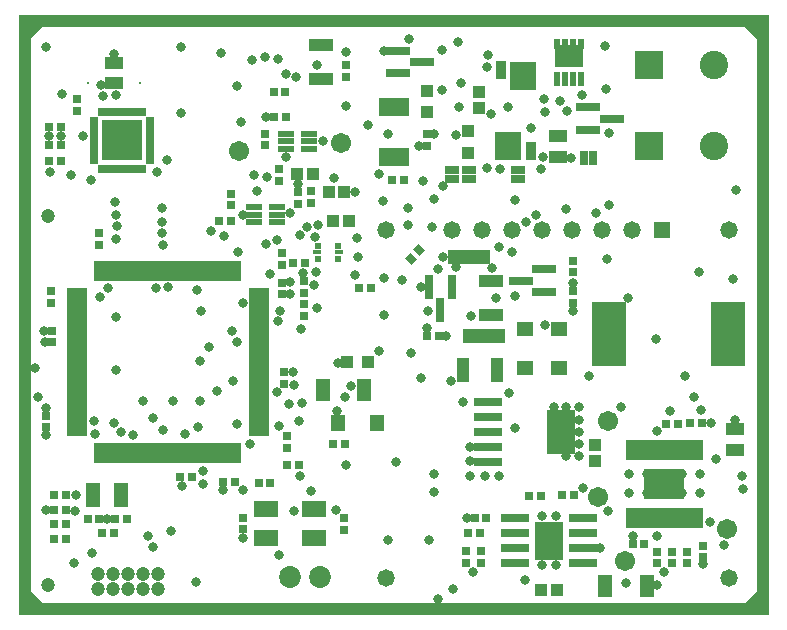
<source format=gts>
G04 Layer_Color=8388736*
%FSTAX24Y24*%
%MOIN*%
G70*
G01*
G75*
%ADD102R,0.0532X0.0472*%
%ADD103R,0.0513X0.0828*%
%ADD104R,0.0277X0.0316*%
%ADD105R,0.0316X0.0277*%
%ADD106R,0.0434X0.0395*%
%ADD107R,0.0395X0.0434*%
%ADD108R,0.0533X0.0218*%
%ADD109R,0.0482X0.0482*%
%ADD110R,0.0879X0.0982*%
%ADD111R,0.0379X0.0631*%
%ADD112R,0.0789X0.0316*%
%ADD113R,0.0395X0.0434*%
%ADD114R,0.0960X0.0759*%
%ADD115R,0.0239X0.0379*%
%ADD116R,0.0239X0.0470*%
%ADD117R,0.0454X0.0572*%
%ADD118R,0.0474X0.0749*%
%ADD119R,0.0631X0.0415*%
%ADD120R,0.0789X0.0434*%
%ADD121R,0.0671X0.0198*%
%ADD122R,0.0198X0.0671*%
%ADD123R,0.1340X0.1340*%
%ADD124R,0.0316X0.0198*%
%ADD125R,0.0198X0.0316*%
%ADD126R,0.0434X0.0395*%
%ADD127R,0.1182X0.2167*%
%ADD128R,0.0434X0.0789*%
G04:AMPARAMS|DCode=129|XSize=27.7mil|YSize=31.6mil|CornerRadius=0mil|HoleSize=0mil|Usage=FLASHONLY|Rotation=225.000|XOffset=0mil|YOffset=0mil|HoleType=Round|Shape=Rectangle|*
%AMROTATEDRECTD129*
4,1,4,-0.0014,0.0210,0.0210,-0.0014,0.0014,-0.0210,-0.0210,0.0014,-0.0014,0.0210,0.0*
%
%ADD129ROTATEDRECTD129*%

%ADD130R,0.0919X0.1261*%
%ADD131R,0.0946X0.0277*%
%ADD132R,0.0316X0.0789*%
%ADD133R,0.1340X0.1045*%
%ADD134R,0.0257X0.0671*%
%ADD135C,0.0671*%
%ADD136R,0.0572X0.0454*%
%ADD137R,0.0946X0.0316*%
%ADD138R,0.0946X0.1458*%
%ADD139R,0.0247X0.0198*%
%ADD140R,0.0306X0.0169*%
%ADD141R,0.0474X0.0277*%
%ADD142R,0.0277X0.0474*%
%ADD143R,0.0190X0.0631*%
%ADD144R,0.0789X0.0552*%
%ADD145C,0.0119*%
%ADD146C,0.0580*%
%ADD147R,0.0580X0.0580*%
%ADD148C,0.0474*%
%ADD149C,0.0946*%
%ADD150R,0.0946X0.0946*%
%ADD151C,0.0730*%
%ADD152C,0.0330*%
G36*
X035Y006063D02*
X01D01*
Y026063D01*
X035D01*
Y006063D01*
D02*
G37*
%LPC*%
G36*
X034213Y025669D02*
X010787D01*
X010394Y025276D01*
Y00685D01*
X010787Y006457D01*
X034213D01*
X034606Y00685D01*
Y025276D01*
X034213Y025669D01*
D02*
G37*
%LPD*%
D102*
X025522Y015354D02*
D03*
X02499Y018002D02*
D03*
D103*
X013406Y010079D02*
D03*
X012461D02*
D03*
D104*
X013169Y008789D02*
D03*
X012776D02*
D03*
X013218Y009262D02*
D03*
X013612D02*
D03*
X012687D02*
D03*
X012293D02*
D03*
X011565Y008583D02*
D03*
X011171D02*
D03*
X011565Y009085D02*
D03*
X011171D02*
D03*
X011565Y009567D02*
D03*
X011171D02*
D03*
X011565Y010059D02*
D03*
X011171D02*
D03*
X021732Y016949D02*
D03*
X021339D02*
D03*
X017077Y019203D02*
D03*
X016683D02*
D03*
X032372Y012451D02*
D03*
X032766D02*
D03*
X02811Y010079D02*
D03*
X028504D02*
D03*
X019547Y017805D02*
D03*
X019154D02*
D03*
X015384Y01065D02*
D03*
X015778D02*
D03*
X018888Y023504D02*
D03*
X018494D02*
D03*
X011014Y022323D02*
D03*
X011407Y022323D02*
D03*
X017215Y010492D02*
D03*
X016821D02*
D03*
X011014Y021732D02*
D03*
X011407D02*
D03*
X018514Y022657D02*
D03*
X018907D02*
D03*
X011024Y021211D02*
D03*
X011417D02*
D03*
X018957Y011053D02*
D03*
X01935D02*
D03*
X018386Y010472D02*
D03*
X017992D02*
D03*
X030463Y008425D02*
D03*
X030856D02*
D03*
X025364Y00878D02*
D03*
X02497D02*
D03*
X031959Y012441D02*
D03*
X031565D02*
D03*
X020876Y011772D02*
D03*
X020482D02*
D03*
X027008Y010039D02*
D03*
X027402D02*
D03*
X025197Y009281D02*
D03*
X025591D02*
D03*
X024016Y015354D02*
D03*
X023622D02*
D03*
X022441Y020561D02*
D03*
X022835D02*
D03*
D105*
X012667Y01878D02*
D03*
Y018386D02*
D03*
X017077Y020108D02*
D03*
Y019715D02*
D03*
X011073Y016457D02*
D03*
Y01685D02*
D03*
X019301Y019764D02*
D03*
Y020157D02*
D03*
X01876Y017746D02*
D03*
Y01814D02*
D03*
X018199Y021713D02*
D03*
Y022106D02*
D03*
X020915Y02439D02*
D03*
Y023996D02*
D03*
X018789Y016752D02*
D03*
Y017146D02*
D03*
X018848Y01376D02*
D03*
X018848Y014154D02*
D03*
X010906Y012315D02*
D03*
Y012709D02*
D03*
X011122Y015148D02*
D03*
Y015541D02*
D03*
X011949Y022874D02*
D03*
Y023268D02*
D03*
X01748Y008917D02*
D03*
Y009311D02*
D03*
X020837Y009281D02*
D03*
Y008888D02*
D03*
X018671Y020935D02*
D03*
Y020541D02*
D03*
X019754Y020187D02*
D03*
Y019793D02*
D03*
X018957Y011644D02*
D03*
Y012037D02*
D03*
X025404Y008189D02*
D03*
Y007795D02*
D03*
X032795Y007982D02*
D03*
Y008376D02*
D03*
X024892Y007795D02*
D03*
Y008189D02*
D03*
X028465Y01748D02*
D03*
Y017874D02*
D03*
X028465Y016457D02*
D03*
Y01685D02*
D03*
X032283Y007785D02*
D03*
Y008179D02*
D03*
X031762Y007785D02*
D03*
Y008179D02*
D03*
X03126Y007785D02*
D03*
Y008179D02*
D03*
X023593Y021693D02*
D03*
Y022087D02*
D03*
X019498Y016811D02*
D03*
X019498Y017205D02*
D03*
X019508Y016427D02*
D03*
Y016033D02*
D03*
D106*
X020935Y014508D02*
D03*
X021644D02*
D03*
D107*
X023593Y022835D02*
D03*
Y023543D02*
D03*
X02499Y021476D02*
D03*
Y022185D02*
D03*
D108*
X017854Y019665D02*
D03*
Y019409D02*
D03*
Y019154D02*
D03*
X018602D02*
D03*
Y019409D02*
D03*
Y019665D02*
D03*
X018917Y021594D02*
D03*
Y02185D02*
D03*
Y022106D02*
D03*
X019665D02*
D03*
Y02185D02*
D03*
Y021594D02*
D03*
D109*
X025037Y015354D02*
D03*
X025986D02*
D03*
X025474Y018002D02*
D03*
X024526D02*
D03*
D110*
X026815Y024039D02*
D03*
X026315Y021689D02*
D03*
D111*
X026065Y024215D02*
D03*
X027065Y021514D02*
D03*
D112*
X029776Y022607D02*
D03*
X028989Y022233D02*
D03*
Y022981D02*
D03*
X02265Y024871D02*
D03*
Y024123D02*
D03*
X023437Y024497D02*
D03*
X02673Y017206D02*
D03*
X027517Y01758D02*
D03*
X027517Y016832D02*
D03*
D113*
X020994Y019193D02*
D03*
X020482D02*
D03*
X020335Y020157D02*
D03*
X020846D02*
D03*
X019282Y020768D02*
D03*
X019793D02*
D03*
X027933Y00689D02*
D03*
X027421D02*
D03*
D114*
X028346Y024695D02*
D03*
D115*
X027957Y025089D02*
D03*
X028217D02*
D03*
X028476D02*
D03*
X028736D02*
D03*
D116*
Y023913D02*
D03*
X028476D02*
D03*
X028217D02*
D03*
X027957D02*
D03*
D117*
X021949Y01247D02*
D03*
X02065D02*
D03*
D118*
X020128Y013553D02*
D03*
X021506D02*
D03*
X029557Y007037D02*
D03*
X030935D02*
D03*
D119*
X013169Y023789D02*
D03*
Y024478D02*
D03*
X033868Y011575D02*
D03*
X033868Y012264D02*
D03*
X027972Y021339D02*
D03*
Y022028D02*
D03*
D120*
X020069Y025069D02*
D03*
Y023927D02*
D03*
X025728Y017205D02*
D03*
Y016063D02*
D03*
D121*
X011929Y01685D02*
D03*
Y016654D02*
D03*
Y016457D02*
D03*
Y01626D02*
D03*
Y016063D02*
D03*
Y015866D02*
D03*
Y015669D02*
D03*
Y015472D02*
D03*
Y015276D02*
D03*
Y015079D02*
D03*
Y014882D02*
D03*
Y014685D02*
D03*
Y014488D02*
D03*
Y014291D02*
D03*
Y014094D02*
D03*
Y013898D02*
D03*
Y013701D02*
D03*
Y013504D02*
D03*
Y013307D02*
D03*
Y01311D02*
D03*
Y012913D02*
D03*
Y012717D02*
D03*
Y01252D02*
D03*
Y012323D02*
D03*
Y012126D02*
D03*
X017992Y012126D02*
D03*
Y012323D02*
D03*
Y01252D02*
D03*
Y012717D02*
D03*
Y012913D02*
D03*
Y01311D02*
D03*
Y013307D02*
D03*
Y013504D02*
D03*
Y013701D02*
D03*
Y013898D02*
D03*
Y014094D02*
D03*
Y014291D02*
D03*
Y014488D02*
D03*
Y014685D02*
D03*
Y014882D02*
D03*
Y015079D02*
D03*
Y015276D02*
D03*
Y015472D02*
D03*
Y015669D02*
D03*
Y015866D02*
D03*
Y016063D02*
D03*
Y01626D02*
D03*
Y016457D02*
D03*
Y016654D02*
D03*
Y01685D02*
D03*
D122*
X012598Y011457D02*
D03*
X012795D02*
D03*
X012992D02*
D03*
X013189D02*
D03*
X013386D02*
D03*
X013583D02*
D03*
X01378D02*
D03*
X013976D02*
D03*
X014173D02*
D03*
X01437D02*
D03*
X014567D02*
D03*
X014764D02*
D03*
X014961D02*
D03*
X015157D02*
D03*
X015354D02*
D03*
X015551D02*
D03*
X015748D02*
D03*
X015945D02*
D03*
X016339D02*
D03*
X016535D02*
D03*
X016732D02*
D03*
X016929D02*
D03*
X017126D02*
D03*
X017323D02*
D03*
X017323Y01752D02*
D03*
X017126D02*
D03*
X016929Y01752D02*
D03*
X016732D02*
D03*
X016535D02*
D03*
X016339D02*
D03*
X016142D02*
D03*
X015945D02*
D03*
X015748D02*
D03*
X015551D02*
D03*
X015354D02*
D03*
X015157D02*
D03*
X014961D02*
D03*
X014764D02*
D03*
X014567D02*
D03*
X01437D02*
D03*
X014173Y01752D02*
D03*
X013976Y01752D02*
D03*
X01378D02*
D03*
X013583D02*
D03*
X013386D02*
D03*
X013189D02*
D03*
X012992Y01752D02*
D03*
X012795D02*
D03*
X012598Y01752D02*
D03*
X016142Y011457D02*
D03*
D123*
X013445Y02189D02*
D03*
D124*
X01439Y021201D02*
D03*
Y021398D02*
D03*
Y021594D02*
D03*
X01439Y021791D02*
D03*
Y021988D02*
D03*
X01439Y022185D02*
D03*
Y022382D02*
D03*
X01439Y022579D02*
D03*
X0125Y022579D02*
D03*
Y022382D02*
D03*
Y022185D02*
D03*
Y021988D02*
D03*
Y021791D02*
D03*
X0125Y021594D02*
D03*
Y021398D02*
D03*
Y021201D02*
D03*
D125*
X014134Y022835D02*
D03*
X013937D02*
D03*
X01374D02*
D03*
X013543Y022835D02*
D03*
X013346D02*
D03*
X01315Y022835D02*
D03*
X012953D02*
D03*
X012756D02*
D03*
Y020945D02*
D03*
X012953D02*
D03*
X01315D02*
D03*
X013346Y020945D02*
D03*
X013543D02*
D03*
X01374D02*
D03*
X013937D02*
D03*
X014134D02*
D03*
D126*
X029213Y011713D02*
D03*
Y011201D02*
D03*
X025344Y022972D02*
D03*
X025344Y023484D02*
D03*
D127*
X029665Y015433D02*
D03*
X033642Y015433D02*
D03*
D128*
X024813Y014232D02*
D03*
X025955D02*
D03*
D129*
X023348Y01822D02*
D03*
X023069Y017942D02*
D03*
D130*
X027677Y008543D02*
D03*
D131*
X026545Y007793D02*
D03*
Y008293D02*
D03*
Y008793D02*
D03*
Y009293D02*
D03*
X028809D02*
D03*
Y008793D02*
D03*
Y008293D02*
D03*
X028809Y007793D02*
D03*
D132*
X024054Y016218D02*
D03*
X02368Y017005D02*
D03*
X024428D02*
D03*
D133*
X031516Y010433D02*
D03*
D134*
X030364Y011575D02*
D03*
X03062D02*
D03*
X030876D02*
D03*
X031132D02*
D03*
X031388D02*
D03*
X031644D02*
D03*
X0319D02*
D03*
X032156D02*
D03*
X032411D02*
D03*
X032667D02*
D03*
Y009291D02*
D03*
X032411Y009291D02*
D03*
X032156Y009291D02*
D03*
X0319D02*
D03*
X031644D02*
D03*
X031388D02*
D03*
X031132D02*
D03*
X030876D02*
D03*
X03062D02*
D03*
X030364D02*
D03*
D135*
X017343Y021545D02*
D03*
X029311Y01D02*
D03*
X033612Y008937D02*
D03*
X030207Y007864D02*
D03*
X029656Y01252D02*
D03*
X020748Y021811D02*
D03*
D136*
X027992Y01561D02*
D03*
X027992Y014311D02*
D03*
X02689Y01561D02*
D03*
Y014311D02*
D03*
D137*
X02563Y013175D02*
D03*
Y012675D02*
D03*
Y012175D02*
D03*
Y011675D02*
D03*
Y011175D02*
D03*
D138*
X028071Y012175D02*
D03*
D139*
X02065Y018361D02*
D03*
Y017938D02*
D03*
X01998D02*
D03*
Y018361D02*
D03*
D140*
X020679Y01815D02*
D03*
X019951D02*
D03*
D141*
X026644Y02061D02*
D03*
Y020886D02*
D03*
X02502Y02061D02*
D03*
Y020886D02*
D03*
X024429Y02061D02*
D03*
Y020886D02*
D03*
D142*
X029134Y021299D02*
D03*
X028858Y021299D02*
D03*
D143*
X022904Y022998D02*
D03*
X022707Y022998D02*
D03*
X02251D02*
D03*
X022313D02*
D03*
X022116Y022998D02*
D03*
Y021313D02*
D03*
X022313Y021313D02*
D03*
X02251D02*
D03*
X022707D02*
D03*
X022904Y021313D02*
D03*
D144*
X019833Y008642D02*
D03*
X018258D02*
D03*
Y009587D02*
D03*
X019833D02*
D03*
D145*
X014035Y02378D02*
D03*
X012303D02*
D03*
D146*
X027453Y018898D02*
D03*
X026453D02*
D03*
X025453D02*
D03*
X024453D02*
D03*
X029453D02*
D03*
X028453D02*
D03*
X030453D02*
D03*
X033661D02*
D03*
X022244D02*
D03*
X022244Y007283D02*
D03*
X033661D02*
D03*
D147*
X031453Y018898D02*
D03*
D148*
X010984Y01937D02*
D03*
Y007047D02*
D03*
X012642Y007435D02*
D03*
Y006935D02*
D03*
X013142Y007435D02*
D03*
Y006935D02*
D03*
X013642Y007435D02*
D03*
Y006935D02*
D03*
X014142Y007435D02*
D03*
Y006935D02*
D03*
X014642Y007435D02*
D03*
Y006935D02*
D03*
D149*
X033169Y021693D02*
D03*
Y024409D02*
D03*
D150*
X031004Y021693D02*
D03*
Y024409D02*
D03*
D151*
X019028Y007323D02*
D03*
X020028D02*
D03*
D152*
X020512Y00626D02*
D03*
X018543D02*
D03*
X016457D02*
D03*
X01437D02*
D03*
X012283D02*
D03*
X022283D02*
D03*
X02437D02*
D03*
X026457D02*
D03*
X028543D02*
D03*
X03063D02*
D03*
X032717D02*
D03*
X010197Y00815D02*
D03*
Y010118D02*
D03*
Y012087D02*
D03*
Y014055D02*
D03*
Y016024D02*
D03*
Y017992D02*
D03*
Y019961D02*
D03*
Y021929D02*
D03*
Y023898D02*
D03*
X014134Y025866D02*
D03*
X012165D02*
D03*
X034803Y023976D02*
D03*
Y022008D02*
D03*
Y020039D02*
D03*
Y018071D02*
D03*
Y016102D02*
D03*
Y014134D02*
D03*
Y012165D02*
D03*
Y010197D02*
D03*
Y008228D02*
D03*
X010197Y025866D02*
D03*
X034803D02*
D03*
Y00626D02*
D03*
X010197D02*
D03*
X030935Y010118D02*
D03*
X01063Y013337D02*
D03*
X018209Y024675D02*
D03*
X017283Y012421D02*
D03*
X02563Y024715D02*
D03*
X033907Y020246D02*
D03*
X029537Y02502D02*
D03*
X023002Y025256D02*
D03*
X020876Y013346D02*
D03*
X023976Y017598D02*
D03*
X024567Y017648D02*
D03*
X024134Y017982D02*
D03*
X023652Y016211D02*
D03*
X014567Y016949D02*
D03*
X01497Y017008D02*
D03*
X02376Y018996D02*
D03*
X022983Y019075D02*
D03*
X023986Y006585D02*
D03*
X023691Y008573D02*
D03*
X022776Y017215D02*
D03*
X023602Y01562D02*
D03*
X025787Y017618D02*
D03*
X026024Y018327D02*
D03*
X023406Y017008D02*
D03*
X012972Y016949D02*
D03*
X010915Y009557D02*
D03*
X012953Y009262D02*
D03*
X013809Y012047D02*
D03*
X014144Y013189D02*
D03*
X014488Y012628D02*
D03*
X014793Y012224D02*
D03*
X011919Y010069D02*
D03*
X01188Y009537D02*
D03*
X012441Y00813D02*
D03*
X01185Y007805D02*
D03*
X010551Y014291D02*
D03*
X010906Y012047D02*
D03*
X015069Y008878D02*
D03*
X014311Y008701D02*
D03*
X014488Y008327D02*
D03*
X015906Y007165D02*
D03*
X012717Y016654D02*
D03*
X018691Y008051D02*
D03*
X024134Y020364D02*
D03*
X010856Y015541D02*
D03*
X010866Y015148D02*
D03*
X021634Y022402D02*
D03*
X020492Y02062D02*
D03*
X019606Y018996D02*
D03*
X019045Y019459D02*
D03*
X01997Y019065D02*
D03*
X019892Y01748D02*
D03*
X017707Y011752D02*
D03*
X016043Y013189D02*
D03*
X024577Y022047D02*
D03*
X023839Y022087D02*
D03*
X019301Y020433D02*
D03*
X023848Y019921D02*
D03*
X01936Y01874D02*
D03*
X016841Y018701D02*
D03*
X026457Y018179D02*
D03*
X021319Y017992D02*
D03*
X018248Y018435D02*
D03*
X019459Y017461D02*
D03*
X019882Y018671D02*
D03*
X016407Y018878D02*
D03*
X020571Y009567D02*
D03*
X023848Y010778D02*
D03*
X023858Y010148D02*
D03*
X022313Y008553D02*
D03*
X019734Y010197D02*
D03*
X024488Y006919D02*
D03*
X026536Y019892D02*
D03*
X0269Y019163D02*
D03*
X029685Y019744D02*
D03*
X029252Y019478D02*
D03*
X013228Y019409D02*
D03*
X013238Y018593D02*
D03*
X013268Y019016D02*
D03*
X023327Y021693D02*
D03*
X017825Y020719D02*
D03*
X018268Y02065D02*
D03*
X014951Y02122D02*
D03*
X014774Y019646D02*
D03*
Y019163D02*
D03*
X014784Y018799D02*
D03*
X014823Y018396D02*
D03*
X027244Y01939D02*
D03*
X022126Y019872D02*
D03*
X028051Y023189D02*
D03*
X022982Y019636D02*
D03*
X02126Y018642D02*
D03*
X019843Y017067D02*
D03*
X024656Y025167D02*
D03*
X024094Y024911D02*
D03*
X026043Y020925D02*
D03*
X0256Y024321D02*
D03*
X026319Y023002D02*
D03*
X025738Y022766D02*
D03*
X021999Y020778D02*
D03*
X01872Y016191D02*
D03*
X0194Y015591D02*
D03*
X018691Y012372D02*
D03*
X02562Y020955D02*
D03*
X018632Y015856D02*
D03*
X018366Y017431D02*
D03*
X016083Y016191D02*
D03*
X016329Y01501D02*
D03*
X019331Y01252D02*
D03*
X02062Y012854D02*
D03*
X028248Y019596D02*
D03*
X019449Y01312D02*
D03*
X023465Y020531D02*
D03*
X019006Y013081D02*
D03*
X018593Y013494D02*
D03*
X02122Y020157D02*
D03*
X017303Y018169D02*
D03*
X024252Y015354D02*
D03*
X02063Y014478D02*
D03*
X022018Y014852D02*
D03*
X015551Y012087D02*
D03*
X016604Y013524D02*
D03*
X021201Y017392D02*
D03*
X015945Y0169D02*
D03*
X018622Y018553D02*
D03*
X019055Y016752D02*
D03*
Y017156D02*
D03*
X018917Y021319D02*
D03*
X018248Y022657D02*
D03*
X020148Y02185D02*
D03*
X017461Y019409D02*
D03*
X017933Y020197D02*
D03*
X01937Y010689D02*
D03*
X019173Y009518D02*
D03*
X020906Y023022D02*
D03*
X017421Y02249D02*
D03*
X016752Y024783D02*
D03*
X020896Y024813D02*
D03*
X019252Y023996D02*
D03*
X018898Y024104D02*
D03*
X017283Y023681D02*
D03*
X019951Y0244D02*
D03*
X018642Y024596D02*
D03*
X017766Y024567D02*
D03*
X013209Y019813D02*
D03*
X011732Y020728D02*
D03*
X011043Y020817D02*
D03*
X014596Y020817D02*
D03*
X020896Y011063D02*
D03*
X013445Y021594D02*
D03*
X01374Y02189D02*
D03*
X01315D02*
D03*
X012146Y022018D02*
D03*
X011407Y022018D02*
D03*
X011014Y022028D02*
D03*
X012746Y02374D02*
D03*
X013159Y024764D02*
D03*
X010915Y02501D02*
D03*
X015423D02*
D03*
X015404Y022795D02*
D03*
X011437Y023435D02*
D03*
X013258Y023396D02*
D03*
X012815Y023356D02*
D03*
X012421Y020551D02*
D03*
X015157Y013189D02*
D03*
X016821Y010226D02*
D03*
X01747D02*
D03*
X01748Y008642D02*
D03*
X022579Y011171D02*
D03*
X021073Y013691D02*
D03*
X019183Y01374D02*
D03*
X013415Y012156D02*
D03*
X016142Y010866D02*
D03*
Y010413D02*
D03*
X015433Y010364D02*
D03*
X012549Y012087D02*
D03*
X010906Y012953D02*
D03*
X01251Y01252D02*
D03*
X013179Y012461D02*
D03*
X015974Y012333D02*
D03*
X017264Y015157D02*
D03*
X01748Y016457D02*
D03*
X019134Y014163D02*
D03*
X017156Y013868D02*
D03*
X016053Y014537D02*
D03*
X017106Y015522D02*
D03*
X013228Y015984D02*
D03*
X013238Y014227D02*
D03*
X029016Y014026D02*
D03*
X024409Y013858D02*
D03*
X026348Y013455D02*
D03*
X030463Y008711D02*
D03*
X029385Y008293D02*
D03*
X033031Y009154D02*
D03*
X028248Y011348D02*
D03*
X028661D02*
D03*
Y011762D02*
D03*
X027835Y013012D02*
D03*
X028248D02*
D03*
X028661Y013002D02*
D03*
Y012569D02*
D03*
Y012175D02*
D03*
X026024Y010689D02*
D03*
X025531D02*
D03*
X025039D02*
D03*
Y011181D02*
D03*
Y011673D02*
D03*
X029685Y022146D02*
D03*
X027461Y021319D02*
D03*
X027411Y020925D02*
D03*
X028396Y021299D02*
D03*
X028268Y022854D02*
D03*
X029577Y023593D02*
D03*
X02878Y023406D02*
D03*
X024754Y02378D02*
D03*
X02753Y022844D02*
D03*
X02752Y023248D02*
D03*
X027067Y022293D02*
D03*
X022185Y024862D02*
D03*
X024114Y023553D02*
D03*
X024665Y023012D02*
D03*
X022313Y022106D02*
D03*
X019951Y016309D02*
D03*
X022185Y016073D02*
D03*
Y017303D02*
D03*
X024823Y013175D02*
D03*
X026526Y012283D02*
D03*
X027539Y015718D02*
D03*
X026535Y016683D02*
D03*
X028465Y017116D02*
D03*
Y016181D02*
D03*
X029596Y017933D02*
D03*
X030295Y016644D02*
D03*
X032687Y0175D02*
D03*
X033799Y017264D02*
D03*
X03123Y015276D02*
D03*
X030079Y013002D02*
D03*
X023396Y013947D02*
D03*
X023071Y014793D02*
D03*
X030226Y007126D02*
D03*
X034104Y010709D02*
D03*
X033248Y01125D02*
D03*
X032795Y007756D02*
D03*
X034154Y010276D02*
D03*
X033868Y012549D02*
D03*
X03252Y013346D02*
D03*
X032726Y012904D02*
D03*
X033071Y012451D02*
D03*
X031713Y012864D02*
D03*
X031289Y012185D02*
D03*
X032224Y014016D02*
D03*
X031289Y007047D02*
D03*
X033504Y008386D02*
D03*
X03128Y008691D02*
D03*
X029636Y009518D02*
D03*
X028819Y010295D02*
D03*
X025157Y0075D02*
D03*
X024941Y009281D02*
D03*
X02688Y007224D02*
D03*
X025069Y016033D02*
D03*
X025906Y016614D02*
D03*
X027913Y008267D02*
D03*
X027441D02*
D03*
Y008818D02*
D03*
X027913D02*
D03*
Y009369D02*
D03*
X027441Y009369D02*
D03*
X027441Y007716D02*
D03*
X027913D02*
D03*
X032116Y010748D02*
D03*
X030935D02*
D03*
X030344D02*
D03*
X031526D02*
D03*
X032707D02*
D03*
X032116Y010118D02*
D03*
X032707Y010118D02*
D03*
X030344D02*
D03*
X031526D02*
D03*
X031506Y0075D02*
D03*
M02*

</source>
